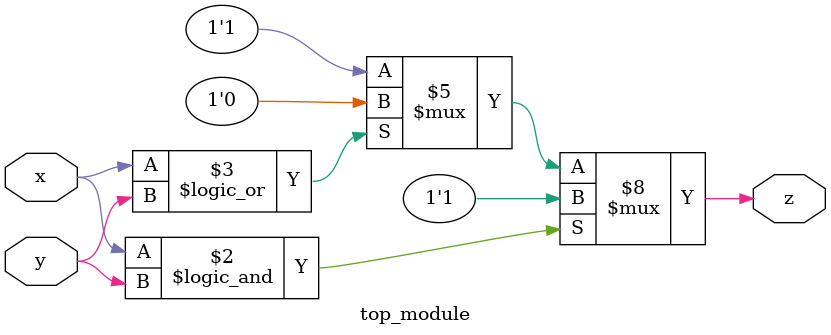
<source format=sv>
module top_module(
	input x,
	input y,
	output z);

  reg z;

  always @(x, y)
  begin
    if (x && y)
      z <= 1;
    else if (x || y)
      z <= 0;
    else
      z <= 1;
  end

endmodule

</source>
